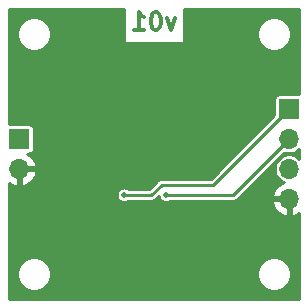
<source format=gbl>
%TF.GenerationSoftware,KiCad,Pcbnew,(5.1.10)-1*%
%TF.CreationDate,2021-05-28T12:23:57-05:00*%
%TF.ProjectId,ldo-power-board,6c646f2d-706f-4776-9572-2d626f617264,v01*%
%TF.SameCoordinates,Original*%
%TF.FileFunction,Copper,L2,Bot*%
%TF.FilePolarity,Positive*%
%FSLAX46Y46*%
G04 Gerber Fmt 4.6, Leading zero omitted, Abs format (unit mm)*
G04 Created by KiCad (PCBNEW (5.1.10)-1) date 2021-05-28 12:23:57*
%MOMM*%
%LPD*%
G01*
G04 APERTURE LIST*
%TA.AperFunction,NonConductor*%
%ADD10C,0.300000*%
%TD*%
%TA.AperFunction,ComponentPad*%
%ADD11O,1.700000X1.700000*%
%TD*%
%TA.AperFunction,ComponentPad*%
%ADD12R,1.700000X1.700000*%
%TD*%
%TA.AperFunction,ViaPad*%
%ADD13C,0.508000*%
%TD*%
%TA.AperFunction,Conductor*%
%ADD14C,0.254000*%
%TD*%
%TA.AperFunction,Conductor*%
%ADD15C,0.100000*%
%TD*%
G04 APERTURE END LIST*
D10*
X144025714Y-90102571D02*
X143668571Y-91102571D01*
X143311428Y-90102571D01*
X142454285Y-89602571D02*
X142311428Y-89602571D01*
X142168571Y-89674000D01*
X142097142Y-89745428D01*
X142025714Y-89888285D01*
X141954285Y-90174000D01*
X141954285Y-90531142D01*
X142025714Y-90816857D01*
X142097142Y-90959714D01*
X142168571Y-91031142D01*
X142311428Y-91102571D01*
X142454285Y-91102571D01*
X142597142Y-91031142D01*
X142668571Y-90959714D01*
X142740000Y-90816857D01*
X142811428Y-90531142D01*
X142811428Y-90174000D01*
X142740000Y-89888285D01*
X142668571Y-89745428D01*
X142597142Y-89674000D01*
X142454285Y-89602571D01*
X140525714Y-91102571D02*
X141382857Y-91102571D01*
X140954285Y-91102571D02*
X140954285Y-89602571D01*
X141097142Y-89816857D01*
X141240000Y-89959714D01*
X141382857Y-90031142D01*
D11*
%TO.P,J2,4*%
%TO.N,GND*%
X153670000Y-105410000D03*
%TO.P,J2,3*%
%TO.N,/VOUT3*%
X153670000Y-102870000D03*
%TO.P,J2,2*%
%TO.N,/VOUT2*%
X153670000Y-100330000D03*
D12*
%TO.P,J2,1*%
%TO.N,/VOUT1*%
X153670000Y-97790000D03*
%TD*%
D11*
%TO.P,J1,2*%
%TO.N,GND*%
X130810000Y-102870000D03*
D12*
%TO.P,J1,1*%
%TO.N,/VIN*%
X130810000Y-100330000D03*
%TD*%
D13*
%TO.N,GND*%
X141732000Y-102108000D03*
X142748000Y-102108000D03*
X142748000Y-101092000D03*
X141732000Y-101092000D03*
X144526000Y-99822000D03*
X144780000Y-103378000D03*
X139954000Y-103378000D03*
X139700000Y-98552000D03*
X148844000Y-101346000D03*
X147828000Y-98552000D03*
X145288000Y-97790000D03*
X141986000Y-97790000D03*
X136398000Y-99060000D03*
X135890000Y-101346000D03*
X139446000Y-105918000D03*
X146050000Y-106172000D03*
X140716000Y-108966000D03*
X142240000Y-108966000D03*
X144272000Y-108966000D03*
X147066000Y-103378000D03*
X151384000Y-103886000D03*
X151638000Y-98552000D03*
X130556000Y-109220000D03*
X134620000Y-113284000D03*
X130556000Y-93980000D03*
X134620000Y-89916000D03*
X130556000Y-98552000D03*
X153924000Y-109220000D03*
X153924000Y-93980000D03*
X149860000Y-89916000D03*
X149860000Y-113284000D03*
%TO.N,/VOUT2*%
X143256000Y-105054400D03*
%TO.N,/VOUT1*%
X139700000Y-105054400D03*
%TD*%
D14*
%TO.N,/VOUT2*%
X148945600Y-105054400D02*
X143256000Y-105054400D01*
X153670000Y-100330000D02*
X148945600Y-105054400D01*
%TO.N,/VOUT1*%
X139700000Y-105054400D02*
X142011400Y-105054400D01*
X142011400Y-105054400D02*
X142875000Y-104190800D01*
X147269200Y-104190800D02*
X153670000Y-97790000D01*
X142875000Y-104190800D02*
X147269200Y-104190800D01*
%TD*%
%TO.N,GND*%
X139709000Y-92200000D02*
X144771000Y-92200000D01*
X144771000Y-91299059D01*
X150969000Y-91299059D01*
X150969000Y-91580941D01*
X151023993Y-91857407D01*
X151131864Y-92117833D01*
X151288470Y-92352209D01*
X151487791Y-92551530D01*
X151722167Y-92708136D01*
X151982593Y-92816007D01*
X152259059Y-92871000D01*
X152540941Y-92871000D01*
X152817407Y-92816007D01*
X153077833Y-92708136D01*
X153312209Y-92551530D01*
X153511530Y-92352209D01*
X153668136Y-92117833D01*
X153776007Y-91857407D01*
X153831000Y-91580941D01*
X153831000Y-91299059D01*
X153776007Y-91022593D01*
X153668136Y-90762167D01*
X153511530Y-90527791D01*
X153312209Y-90328470D01*
X153077833Y-90171864D01*
X152817407Y-90063993D01*
X152540941Y-90009000D01*
X152259059Y-90009000D01*
X151982593Y-90063993D01*
X151722167Y-90171864D01*
X151487791Y-90328470D01*
X151288470Y-90527791D01*
X151131864Y-90762167D01*
X151023993Y-91022593D01*
X150969000Y-91299059D01*
X144771000Y-91299059D01*
X144771000Y-89306000D01*
X154534000Y-89306000D01*
X154534000Y-96558536D01*
X154520000Y-96557157D01*
X152820000Y-96557157D01*
X152745311Y-96564513D01*
X152673492Y-96586299D01*
X152607304Y-96621678D01*
X152549289Y-96669289D01*
X152501678Y-96727304D01*
X152466299Y-96793492D01*
X152444513Y-96865311D01*
X152437157Y-96940000D01*
X152437157Y-98304422D01*
X147058780Y-103682800D01*
X142899944Y-103682800D01*
X142875000Y-103680343D01*
X142850056Y-103682800D01*
X142850053Y-103682800D01*
X142775415Y-103690151D01*
X142679657Y-103719199D01*
X142591405Y-103766371D01*
X142514052Y-103829852D01*
X142498145Y-103849235D01*
X141800980Y-104546400D01*
X140082693Y-104546400D01*
X140000785Y-104491671D01*
X139885223Y-104443803D01*
X139762542Y-104419400D01*
X139637458Y-104419400D01*
X139514777Y-104443803D01*
X139399215Y-104491671D01*
X139295211Y-104561164D01*
X139206764Y-104649611D01*
X139137271Y-104753615D01*
X139089403Y-104869177D01*
X139065000Y-104991858D01*
X139065000Y-105116942D01*
X139089403Y-105239623D01*
X139137271Y-105355185D01*
X139206764Y-105459189D01*
X139295211Y-105547636D01*
X139399215Y-105617129D01*
X139514777Y-105664997D01*
X139637458Y-105689400D01*
X139762542Y-105689400D01*
X139885223Y-105664997D01*
X140000785Y-105617129D01*
X140082693Y-105562400D01*
X141986456Y-105562400D01*
X142011400Y-105564857D01*
X142036344Y-105562400D01*
X142036347Y-105562400D01*
X142110985Y-105555049D01*
X142206743Y-105526001D01*
X142294995Y-105478829D01*
X142372348Y-105415348D01*
X142388255Y-105395965D01*
X142628678Y-105155542D01*
X142645403Y-105239623D01*
X142693271Y-105355185D01*
X142762764Y-105459189D01*
X142851211Y-105547636D01*
X142955215Y-105617129D01*
X143070777Y-105664997D01*
X143193458Y-105689400D01*
X143318542Y-105689400D01*
X143441223Y-105664997D01*
X143556785Y-105617129D01*
X143638693Y-105562400D01*
X148920656Y-105562400D01*
X148945600Y-105564857D01*
X148970544Y-105562400D01*
X148970547Y-105562400D01*
X149045185Y-105555049D01*
X149140943Y-105526001D01*
X149229195Y-105478829D01*
X149306548Y-105415348D01*
X149322455Y-105395965D01*
X153235833Y-101482587D01*
X153310931Y-101513693D01*
X153548757Y-101561000D01*
X153791243Y-101561000D01*
X154029069Y-101513693D01*
X154253097Y-101420898D01*
X154454717Y-101286180D01*
X154534000Y-101206897D01*
X154534001Y-101993104D01*
X154454717Y-101913820D01*
X154253097Y-101779102D01*
X154029069Y-101686307D01*
X153791243Y-101639000D01*
X153548757Y-101639000D01*
X153310931Y-101686307D01*
X153086903Y-101779102D01*
X152885283Y-101913820D01*
X152713820Y-102085283D01*
X152579102Y-102286903D01*
X152486307Y-102510931D01*
X152439000Y-102748757D01*
X152439000Y-102991243D01*
X152486307Y-103229069D01*
X152579102Y-103453097D01*
X152713820Y-103654717D01*
X152885283Y-103826180D01*
X153086903Y-103960898D01*
X153201168Y-104008228D01*
X153038748Y-104065843D01*
X152788645Y-104214822D01*
X152572412Y-104409731D01*
X152398359Y-104643080D01*
X152273175Y-104905901D01*
X152228524Y-105053110D01*
X152349845Y-105283000D01*
X153543000Y-105283000D01*
X153543000Y-105263000D01*
X153797000Y-105263000D01*
X153797000Y-105283000D01*
X153817000Y-105283000D01*
X153817000Y-105537000D01*
X153797000Y-105537000D01*
X153797000Y-106730814D01*
X154026891Y-106851481D01*
X154301252Y-106754157D01*
X154534001Y-106615515D01*
X154534001Y-113894000D01*
X129946000Y-113894000D01*
X129946000Y-111619059D01*
X130649000Y-111619059D01*
X130649000Y-111900941D01*
X130703993Y-112177407D01*
X130811864Y-112437833D01*
X130968470Y-112672209D01*
X131167791Y-112871530D01*
X131402167Y-113028136D01*
X131662593Y-113136007D01*
X131939059Y-113191000D01*
X132220941Y-113191000D01*
X132497407Y-113136007D01*
X132757833Y-113028136D01*
X132992209Y-112871530D01*
X133191530Y-112672209D01*
X133348136Y-112437833D01*
X133456007Y-112177407D01*
X133511000Y-111900941D01*
X133511000Y-111619059D01*
X150969000Y-111619059D01*
X150969000Y-111900941D01*
X151023993Y-112177407D01*
X151131864Y-112437833D01*
X151288470Y-112672209D01*
X151487791Y-112871530D01*
X151722167Y-113028136D01*
X151982593Y-113136007D01*
X152259059Y-113191000D01*
X152540941Y-113191000D01*
X152817407Y-113136007D01*
X153077833Y-113028136D01*
X153312209Y-112871530D01*
X153511530Y-112672209D01*
X153668136Y-112437833D01*
X153776007Y-112177407D01*
X153831000Y-111900941D01*
X153831000Y-111619059D01*
X153776007Y-111342593D01*
X153668136Y-111082167D01*
X153511530Y-110847791D01*
X153312209Y-110648470D01*
X153077833Y-110491864D01*
X152817407Y-110383993D01*
X152540941Y-110329000D01*
X152259059Y-110329000D01*
X151982593Y-110383993D01*
X151722167Y-110491864D01*
X151487791Y-110648470D01*
X151288470Y-110847791D01*
X151131864Y-111082167D01*
X151023993Y-111342593D01*
X150969000Y-111619059D01*
X133511000Y-111619059D01*
X133456007Y-111342593D01*
X133348136Y-111082167D01*
X133191530Y-110847791D01*
X132992209Y-110648470D01*
X132757833Y-110491864D01*
X132497407Y-110383993D01*
X132220941Y-110329000D01*
X131939059Y-110329000D01*
X131662593Y-110383993D01*
X131402167Y-110491864D01*
X131167791Y-110648470D01*
X130968470Y-110847791D01*
X130811864Y-111082167D01*
X130703993Y-111342593D01*
X130649000Y-111619059D01*
X129946000Y-111619059D01*
X129946000Y-105766890D01*
X152228524Y-105766890D01*
X152273175Y-105914099D01*
X152398359Y-106176920D01*
X152572412Y-106410269D01*
X152788645Y-106605178D01*
X153038748Y-106754157D01*
X153313109Y-106851481D01*
X153543000Y-106730814D01*
X153543000Y-105537000D01*
X152349845Y-105537000D01*
X152228524Y-105766890D01*
X129946000Y-105766890D01*
X129946000Y-104075516D01*
X130178748Y-104214157D01*
X130453109Y-104311481D01*
X130683000Y-104190814D01*
X130683000Y-102997000D01*
X130937000Y-102997000D01*
X130937000Y-104190814D01*
X131166891Y-104311481D01*
X131441252Y-104214157D01*
X131691355Y-104065178D01*
X131907588Y-103870269D01*
X132081641Y-103636920D01*
X132206825Y-103374099D01*
X132251476Y-103226890D01*
X132130155Y-102997000D01*
X130937000Y-102997000D01*
X130683000Y-102997000D01*
X130663000Y-102997000D01*
X130663000Y-102743000D01*
X130683000Y-102743000D01*
X130683000Y-102723000D01*
X130937000Y-102723000D01*
X130937000Y-102743000D01*
X132130155Y-102743000D01*
X132251476Y-102513110D01*
X132206825Y-102365901D01*
X132081641Y-102103080D01*
X131907588Y-101869731D01*
X131691355Y-101674822D01*
X131503367Y-101562843D01*
X131660000Y-101562843D01*
X131734689Y-101555487D01*
X131806508Y-101533701D01*
X131872696Y-101498322D01*
X131930711Y-101450711D01*
X131978322Y-101392696D01*
X132013701Y-101326508D01*
X132035487Y-101254689D01*
X132042843Y-101180000D01*
X132042843Y-99480000D01*
X132035487Y-99405311D01*
X132013701Y-99333492D01*
X131978322Y-99267304D01*
X131930711Y-99209289D01*
X131872696Y-99161678D01*
X131806508Y-99126299D01*
X131734689Y-99104513D01*
X131660000Y-99097157D01*
X129960000Y-99097157D01*
X129946000Y-99098536D01*
X129946000Y-91299059D01*
X130649000Y-91299059D01*
X130649000Y-91580941D01*
X130703993Y-91857407D01*
X130811864Y-92117833D01*
X130968470Y-92352209D01*
X131167791Y-92551530D01*
X131402167Y-92708136D01*
X131662593Y-92816007D01*
X131939059Y-92871000D01*
X132220941Y-92871000D01*
X132497407Y-92816007D01*
X132757833Y-92708136D01*
X132992209Y-92551530D01*
X133191530Y-92352209D01*
X133348136Y-92117833D01*
X133456007Y-91857407D01*
X133511000Y-91580941D01*
X133511000Y-91299059D01*
X133456007Y-91022593D01*
X133348136Y-90762167D01*
X133191530Y-90527791D01*
X132992209Y-90328470D01*
X132757833Y-90171864D01*
X132497407Y-90063993D01*
X132220941Y-90009000D01*
X131939059Y-90009000D01*
X131662593Y-90063993D01*
X131402167Y-90171864D01*
X131167791Y-90328470D01*
X130968470Y-90527791D01*
X130811864Y-90762167D01*
X130703993Y-91022593D01*
X130649000Y-91299059D01*
X129946000Y-91299059D01*
X129946000Y-89306000D01*
X139709000Y-89306000D01*
X139709000Y-92200000D01*
%TA.AperFunction,Conductor*%
D15*
G36*
X139709000Y-92200000D02*
G01*
X144771000Y-92200000D01*
X144771000Y-91299059D01*
X150969000Y-91299059D01*
X150969000Y-91580941D01*
X151023993Y-91857407D01*
X151131864Y-92117833D01*
X151288470Y-92352209D01*
X151487791Y-92551530D01*
X151722167Y-92708136D01*
X151982593Y-92816007D01*
X152259059Y-92871000D01*
X152540941Y-92871000D01*
X152817407Y-92816007D01*
X153077833Y-92708136D01*
X153312209Y-92551530D01*
X153511530Y-92352209D01*
X153668136Y-92117833D01*
X153776007Y-91857407D01*
X153831000Y-91580941D01*
X153831000Y-91299059D01*
X153776007Y-91022593D01*
X153668136Y-90762167D01*
X153511530Y-90527791D01*
X153312209Y-90328470D01*
X153077833Y-90171864D01*
X152817407Y-90063993D01*
X152540941Y-90009000D01*
X152259059Y-90009000D01*
X151982593Y-90063993D01*
X151722167Y-90171864D01*
X151487791Y-90328470D01*
X151288470Y-90527791D01*
X151131864Y-90762167D01*
X151023993Y-91022593D01*
X150969000Y-91299059D01*
X144771000Y-91299059D01*
X144771000Y-89306000D01*
X154534000Y-89306000D01*
X154534000Y-96558536D01*
X154520000Y-96557157D01*
X152820000Y-96557157D01*
X152745311Y-96564513D01*
X152673492Y-96586299D01*
X152607304Y-96621678D01*
X152549289Y-96669289D01*
X152501678Y-96727304D01*
X152466299Y-96793492D01*
X152444513Y-96865311D01*
X152437157Y-96940000D01*
X152437157Y-98304422D01*
X147058780Y-103682800D01*
X142899944Y-103682800D01*
X142875000Y-103680343D01*
X142850056Y-103682800D01*
X142850053Y-103682800D01*
X142775415Y-103690151D01*
X142679657Y-103719199D01*
X142591405Y-103766371D01*
X142514052Y-103829852D01*
X142498145Y-103849235D01*
X141800980Y-104546400D01*
X140082693Y-104546400D01*
X140000785Y-104491671D01*
X139885223Y-104443803D01*
X139762542Y-104419400D01*
X139637458Y-104419400D01*
X139514777Y-104443803D01*
X139399215Y-104491671D01*
X139295211Y-104561164D01*
X139206764Y-104649611D01*
X139137271Y-104753615D01*
X139089403Y-104869177D01*
X139065000Y-104991858D01*
X139065000Y-105116942D01*
X139089403Y-105239623D01*
X139137271Y-105355185D01*
X139206764Y-105459189D01*
X139295211Y-105547636D01*
X139399215Y-105617129D01*
X139514777Y-105664997D01*
X139637458Y-105689400D01*
X139762542Y-105689400D01*
X139885223Y-105664997D01*
X140000785Y-105617129D01*
X140082693Y-105562400D01*
X141986456Y-105562400D01*
X142011400Y-105564857D01*
X142036344Y-105562400D01*
X142036347Y-105562400D01*
X142110985Y-105555049D01*
X142206743Y-105526001D01*
X142294995Y-105478829D01*
X142372348Y-105415348D01*
X142388255Y-105395965D01*
X142628678Y-105155542D01*
X142645403Y-105239623D01*
X142693271Y-105355185D01*
X142762764Y-105459189D01*
X142851211Y-105547636D01*
X142955215Y-105617129D01*
X143070777Y-105664997D01*
X143193458Y-105689400D01*
X143318542Y-105689400D01*
X143441223Y-105664997D01*
X143556785Y-105617129D01*
X143638693Y-105562400D01*
X148920656Y-105562400D01*
X148945600Y-105564857D01*
X148970544Y-105562400D01*
X148970547Y-105562400D01*
X149045185Y-105555049D01*
X149140943Y-105526001D01*
X149229195Y-105478829D01*
X149306548Y-105415348D01*
X149322455Y-105395965D01*
X153235833Y-101482587D01*
X153310931Y-101513693D01*
X153548757Y-101561000D01*
X153791243Y-101561000D01*
X154029069Y-101513693D01*
X154253097Y-101420898D01*
X154454717Y-101286180D01*
X154534000Y-101206897D01*
X154534001Y-101993104D01*
X154454717Y-101913820D01*
X154253097Y-101779102D01*
X154029069Y-101686307D01*
X153791243Y-101639000D01*
X153548757Y-101639000D01*
X153310931Y-101686307D01*
X153086903Y-101779102D01*
X152885283Y-101913820D01*
X152713820Y-102085283D01*
X152579102Y-102286903D01*
X152486307Y-102510931D01*
X152439000Y-102748757D01*
X152439000Y-102991243D01*
X152486307Y-103229069D01*
X152579102Y-103453097D01*
X152713820Y-103654717D01*
X152885283Y-103826180D01*
X153086903Y-103960898D01*
X153201168Y-104008228D01*
X153038748Y-104065843D01*
X152788645Y-104214822D01*
X152572412Y-104409731D01*
X152398359Y-104643080D01*
X152273175Y-104905901D01*
X152228524Y-105053110D01*
X152349845Y-105283000D01*
X153543000Y-105283000D01*
X153543000Y-105263000D01*
X153797000Y-105263000D01*
X153797000Y-105283000D01*
X153817000Y-105283000D01*
X153817000Y-105537000D01*
X153797000Y-105537000D01*
X153797000Y-106730814D01*
X154026891Y-106851481D01*
X154301252Y-106754157D01*
X154534001Y-106615515D01*
X154534001Y-113894000D01*
X129946000Y-113894000D01*
X129946000Y-111619059D01*
X130649000Y-111619059D01*
X130649000Y-111900941D01*
X130703993Y-112177407D01*
X130811864Y-112437833D01*
X130968470Y-112672209D01*
X131167791Y-112871530D01*
X131402167Y-113028136D01*
X131662593Y-113136007D01*
X131939059Y-113191000D01*
X132220941Y-113191000D01*
X132497407Y-113136007D01*
X132757833Y-113028136D01*
X132992209Y-112871530D01*
X133191530Y-112672209D01*
X133348136Y-112437833D01*
X133456007Y-112177407D01*
X133511000Y-111900941D01*
X133511000Y-111619059D01*
X150969000Y-111619059D01*
X150969000Y-111900941D01*
X151023993Y-112177407D01*
X151131864Y-112437833D01*
X151288470Y-112672209D01*
X151487791Y-112871530D01*
X151722167Y-113028136D01*
X151982593Y-113136007D01*
X152259059Y-113191000D01*
X152540941Y-113191000D01*
X152817407Y-113136007D01*
X153077833Y-113028136D01*
X153312209Y-112871530D01*
X153511530Y-112672209D01*
X153668136Y-112437833D01*
X153776007Y-112177407D01*
X153831000Y-111900941D01*
X153831000Y-111619059D01*
X153776007Y-111342593D01*
X153668136Y-111082167D01*
X153511530Y-110847791D01*
X153312209Y-110648470D01*
X153077833Y-110491864D01*
X152817407Y-110383993D01*
X152540941Y-110329000D01*
X152259059Y-110329000D01*
X151982593Y-110383993D01*
X151722167Y-110491864D01*
X151487791Y-110648470D01*
X151288470Y-110847791D01*
X151131864Y-111082167D01*
X151023993Y-111342593D01*
X150969000Y-111619059D01*
X133511000Y-111619059D01*
X133456007Y-111342593D01*
X133348136Y-111082167D01*
X133191530Y-110847791D01*
X132992209Y-110648470D01*
X132757833Y-110491864D01*
X132497407Y-110383993D01*
X132220941Y-110329000D01*
X131939059Y-110329000D01*
X131662593Y-110383993D01*
X131402167Y-110491864D01*
X131167791Y-110648470D01*
X130968470Y-110847791D01*
X130811864Y-111082167D01*
X130703993Y-111342593D01*
X130649000Y-111619059D01*
X129946000Y-111619059D01*
X129946000Y-105766890D01*
X152228524Y-105766890D01*
X152273175Y-105914099D01*
X152398359Y-106176920D01*
X152572412Y-106410269D01*
X152788645Y-106605178D01*
X153038748Y-106754157D01*
X153313109Y-106851481D01*
X153543000Y-106730814D01*
X153543000Y-105537000D01*
X152349845Y-105537000D01*
X152228524Y-105766890D01*
X129946000Y-105766890D01*
X129946000Y-104075516D01*
X130178748Y-104214157D01*
X130453109Y-104311481D01*
X130683000Y-104190814D01*
X130683000Y-102997000D01*
X130937000Y-102997000D01*
X130937000Y-104190814D01*
X131166891Y-104311481D01*
X131441252Y-104214157D01*
X131691355Y-104065178D01*
X131907588Y-103870269D01*
X132081641Y-103636920D01*
X132206825Y-103374099D01*
X132251476Y-103226890D01*
X132130155Y-102997000D01*
X130937000Y-102997000D01*
X130683000Y-102997000D01*
X130663000Y-102997000D01*
X130663000Y-102743000D01*
X130683000Y-102743000D01*
X130683000Y-102723000D01*
X130937000Y-102723000D01*
X130937000Y-102743000D01*
X132130155Y-102743000D01*
X132251476Y-102513110D01*
X132206825Y-102365901D01*
X132081641Y-102103080D01*
X131907588Y-101869731D01*
X131691355Y-101674822D01*
X131503367Y-101562843D01*
X131660000Y-101562843D01*
X131734689Y-101555487D01*
X131806508Y-101533701D01*
X131872696Y-101498322D01*
X131930711Y-101450711D01*
X131978322Y-101392696D01*
X132013701Y-101326508D01*
X132035487Y-101254689D01*
X132042843Y-101180000D01*
X132042843Y-99480000D01*
X132035487Y-99405311D01*
X132013701Y-99333492D01*
X131978322Y-99267304D01*
X131930711Y-99209289D01*
X131872696Y-99161678D01*
X131806508Y-99126299D01*
X131734689Y-99104513D01*
X131660000Y-99097157D01*
X129960000Y-99097157D01*
X129946000Y-99098536D01*
X129946000Y-91299059D01*
X130649000Y-91299059D01*
X130649000Y-91580941D01*
X130703993Y-91857407D01*
X130811864Y-92117833D01*
X130968470Y-92352209D01*
X131167791Y-92551530D01*
X131402167Y-92708136D01*
X131662593Y-92816007D01*
X131939059Y-92871000D01*
X132220941Y-92871000D01*
X132497407Y-92816007D01*
X132757833Y-92708136D01*
X132992209Y-92551530D01*
X133191530Y-92352209D01*
X133348136Y-92117833D01*
X133456007Y-91857407D01*
X133511000Y-91580941D01*
X133511000Y-91299059D01*
X133456007Y-91022593D01*
X133348136Y-90762167D01*
X133191530Y-90527791D01*
X132992209Y-90328470D01*
X132757833Y-90171864D01*
X132497407Y-90063993D01*
X132220941Y-90009000D01*
X131939059Y-90009000D01*
X131662593Y-90063993D01*
X131402167Y-90171864D01*
X131167791Y-90328470D01*
X130968470Y-90527791D01*
X130811864Y-90762167D01*
X130703993Y-91022593D01*
X130649000Y-91299059D01*
X129946000Y-91299059D01*
X129946000Y-89306000D01*
X139709000Y-89306000D01*
X139709000Y-92200000D01*
G37*
%TD.AperFunction*%
%TD*%
M02*

</source>
